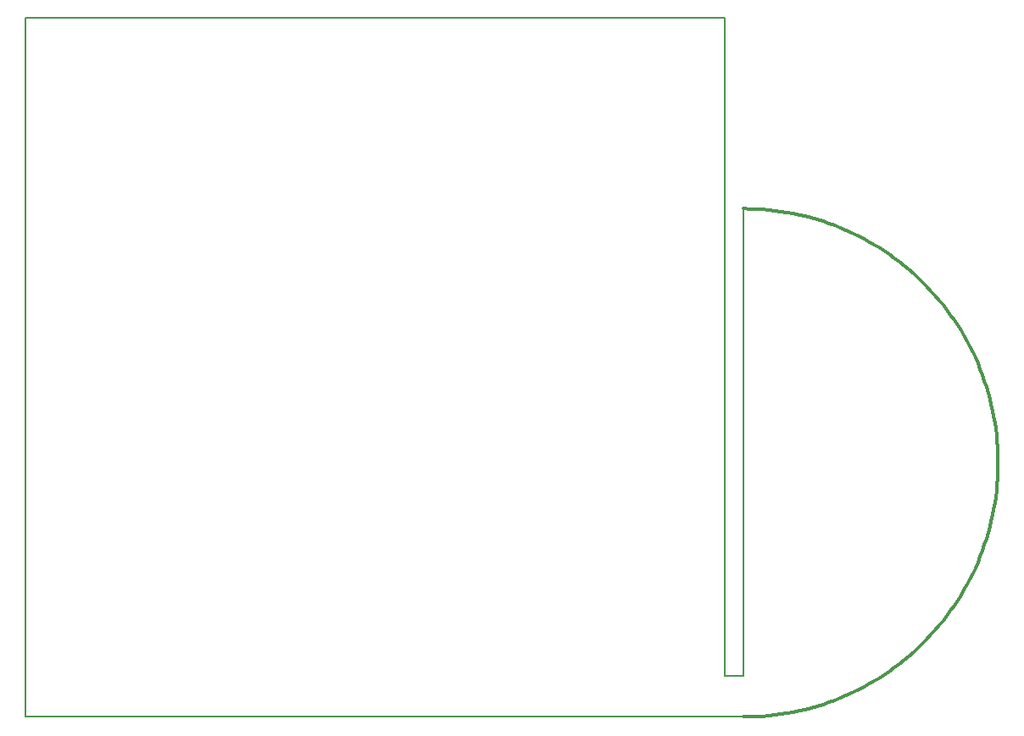
<source format=gbp>
G75*
%MOIN*%
%OFA0B0*%
%FSLAX24Y24*%
%IPPOS*%
%LPD*%
%AMOC8*
5,1,8,0,0,1.08239X$1,22.5*
%
%ADD10C,0.0120*%
%ADD11C,0.0080*%
D10*
X028400Y000974D02*
X028644Y000977D01*
X028887Y000986D01*
X029130Y001001D01*
X029373Y001021D01*
X029615Y001048D01*
X029856Y001081D01*
X030096Y001119D01*
X030336Y001163D01*
X030574Y001213D01*
X030811Y001269D01*
X031047Y001331D01*
X031281Y001398D01*
X031513Y001471D01*
X031744Y001550D01*
X031972Y001634D01*
X032199Y001724D01*
X032423Y001819D01*
X032645Y001920D01*
X032864Y002026D01*
X033080Y002137D01*
X033294Y002254D01*
X033505Y002375D01*
X033713Y002502D01*
X033918Y002634D01*
X034119Y002771D01*
X034317Y002913D01*
X034512Y003059D01*
X034703Y003210D01*
X034890Y003366D01*
X035073Y003526D01*
X035253Y003691D01*
X035428Y003860D01*
X035599Y004033D01*
X035766Y004211D01*
X035928Y004392D01*
X036086Y004577D01*
X036240Y004766D01*
X036389Y004959D01*
X036533Y005155D01*
X036672Y005355D01*
X036807Y005558D01*
X036936Y005765D01*
X037060Y005974D01*
X037179Y006186D01*
X037293Y006402D01*
X037402Y006619D01*
X037505Y006840D01*
X037603Y007063D01*
X037696Y007288D01*
X037783Y007516D01*
X037864Y007745D01*
X037940Y007977D01*
X038010Y008210D01*
X038075Y008445D01*
X038134Y008681D01*
X038187Y008919D01*
X038234Y009158D01*
X038275Y009398D01*
X038310Y009639D01*
X038340Y009880D01*
X038364Y010123D01*
X038381Y010366D01*
X038393Y010609D01*
X038399Y010852D01*
X038399Y011096D01*
X038393Y011339D01*
X038381Y011582D01*
X038364Y011825D01*
X038340Y012068D01*
X038310Y012309D01*
X038275Y012550D01*
X038234Y012790D01*
X038187Y013029D01*
X038134Y013267D01*
X038075Y013503D01*
X038010Y013738D01*
X037940Y013971D01*
X037864Y014203D01*
X037783Y014432D01*
X037696Y014660D01*
X037603Y014885D01*
X037505Y015108D01*
X037402Y015329D01*
X037293Y015546D01*
X037179Y015762D01*
X037060Y015974D01*
X036936Y016183D01*
X036807Y016390D01*
X036672Y016593D01*
X036533Y016793D01*
X036389Y016989D01*
X036240Y017182D01*
X036086Y017371D01*
X035928Y017556D01*
X035766Y017737D01*
X035599Y017915D01*
X035428Y018088D01*
X035253Y018257D01*
X035073Y018422D01*
X034890Y018582D01*
X034703Y018738D01*
X034512Y018889D01*
X034317Y019035D01*
X034119Y019177D01*
X033918Y019314D01*
X033713Y019446D01*
X033505Y019573D01*
X033294Y019694D01*
X033080Y019811D01*
X032864Y019922D01*
X032645Y020028D01*
X032423Y020129D01*
X032199Y020224D01*
X031972Y020314D01*
X031744Y020398D01*
X031513Y020477D01*
X031281Y020550D01*
X031047Y020617D01*
X030811Y020679D01*
X030574Y020735D01*
X030336Y020785D01*
X030096Y020829D01*
X029856Y020867D01*
X029615Y020900D01*
X029373Y020927D01*
X029130Y020947D01*
X028887Y020962D01*
X028644Y020971D01*
X028400Y020974D01*
D11*
X028400Y000974D02*
X000150Y000974D01*
X000150Y028474D01*
X027650Y028474D01*
X027650Y002574D01*
X028400Y002574D01*
X028400Y020974D01*
M02*

</source>
